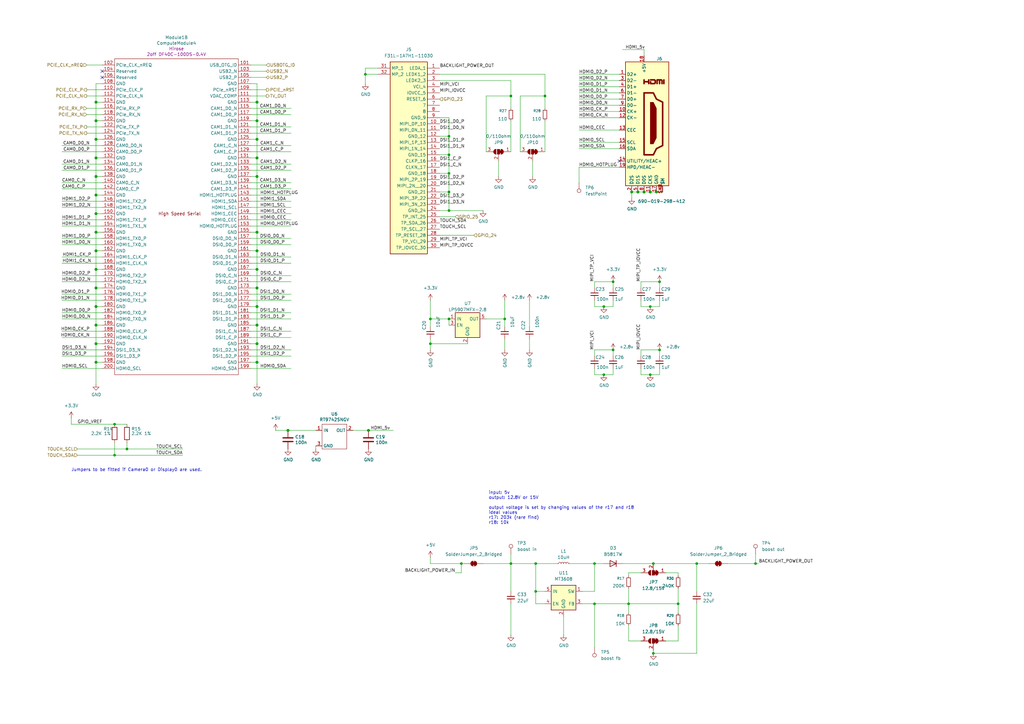
<source format=kicad_sch>
(kicad_sch (version 20250114) (generator "eeschema") (generator_version "9.0")
  (paper "A3")
  (title_block (title "Wall panel") (date "2026-01-09") (rev "1") (company "Grigorii Merkushev (aka brushknight)") (comment 1 "brushknight.com"))
  (text "For second connector we need manually add \nBOM\nMODULE2,Raspberry-Pi-4-Compute-Module,1,ComputeModule4,C424649\n\nPositions\nMODULE1,74.9455,-86.125,90.0,top\nMODULE2,108.8455,-86.125,90.0,top\n\n+33.9\n\n" (at 11.938 -24.638 0) (effects (font (size 1.27 1.27)) (justify left top)))
  (text "input: 5v\noutput: 12.8V or 15V\n\noutput voltage is set by changing values of the r17 and r18\nideal values\nr17: 203k (rare find)\nr18: 10k" (at 200.406 201.422 0) (effects (font (size 1.27 1.27)) (justify left top)))
  (text "Jumpers to be fitted if Camera0 or Display0 are used.\n" (at 82.804 193.548 0) (effects (font (size 1.27 1.27)) (justify right bottom)))
  (junction (at 149.86 30.48))
  (junction (at 209.55 39.37))
  (junction (at 105.41 110.49) (diameter 1.016))
  (junction (at 219.71 242.57))
  (junction (at 247.65 125.73))
  (junction (at 105.41 49.53) (diameter 1.016))
  (junction (at 251.46 115.57))
  (junction (at 39.37 72.39) (diameter 1.016))
  (junction (at 105.41 140.97) (diameter 1.016))
  (junction (at 39.37 57.15) (diameter 1.016))
  (junction (at 270.51 143.51))
  (junction (at 39.37 110.49) (diameter 1.016))
  (junction (at 105.41 41.91) (diameter 1.016))
  (junction (at 39.37 49.53) (diameter 1.016))
  (junction (at 184.15 86.36))
  (junction (at 105.41 57.15) (diameter 1.016))
  (junction (at 269.24 78.74) (diameter 1.016))
  (junction (at 259.08 78.74) (diameter 1.016))
  (junction (at 105.41 133.35) (diameter 1.016))
  (junction (at 184.15 71.12))
  (junction (at 39.37 140.97) (diameter 1.016))
  (junction (at 105.41 64.77) (diameter 1.016))
  (junction (at 39.37 87.63) (diameter 1.016))
  (junction (at 46.99 173.99))
  (junction (at 264.16 78.74) (diameter 1.016))
  (junction (at 266.7 125.73))
  (junction (at 105.41 148.59) (diameter 1.016))
  (junction (at 176.53 130.81))
  (junction (at 176.53 140.97))
  (junction (at 219.71 231.14))
  (junction (at 189.23 231.14))
  (junction (at 207.01 130.81))
  (junction (at 243.84 231.14))
  (junction (at 39.37 118.11) (diameter 1.016))
  (junction (at 267.97 231.14))
  (junction (at 270.51 115.57))
  (junction (at 184.15 130.81))
  (junction (at 251.46 143.51))
  (junction (at 105.41 102.87) (diameter 1.016))
  (junction (at 278.13 247.65))
  (junction (at 247.65 153.67))
  (junction (at 39.37 148.59) (diameter 1.016))
  (junction (at 184.15 78.74))
  (junction (at 105.41 118.11) (diameter 1.016))
  (junction (at 118.11 176.53) (diameter 1.016))
  (junction (at 39.37 64.77) (diameter 1.016))
  (junction (at 257.81 247.65))
  (junction (at 267.97 267.97))
  (junction (at 209.55 231.14))
  (junction (at 39.37 125.73) (diameter 1.016))
  (junction (at 46.99 186.69))
  (junction (at 39.37 133.35) (diameter 1.016))
  (junction (at 105.41 95.25) (diameter 1.016))
  (junction (at 309.88 231.14))
  (junction (at 243.84 247.65))
  (junction (at 52.07 184.15))
  (junction (at 39.37 41.91) (diameter 1.016))
  (junction (at 105.41 72.39) (diameter 1.016))
  (junction (at 39.37 80.01) (diameter 1.016))
  (junction (at 266.7 78.74) (diameter 1.016))
  (junction (at 184.15 63.5))
  (junction (at 285.75 231.14))
  (junction (at 39.37 102.87) (diameter 1.016))
  (junction (at 39.37 95.25) (diameter 1.016))
  (junction (at 105.41 125.73) (diameter 1.016))
  (junction (at 266.7 153.67))
  (junction (at 261.62 78.74) (diameter 1.016))
  (junction (at 223.52 39.37))
  (junction (at 151.13 176.53) (diameter 1.016))
  (junction (at 184.15 55.88))
  (no_connect (at 254 66.04))
  (no_connect (at 41.91 31.75))
  (no_connect (at 41.91 29.21))
  (wire (pts (xy 102.87 41.91) (xy 105.41 41.91)))
  (wire (pts (xy 184.15 86.36) (xy 198.12 86.36)))
  (wire (pts (xy 39.37 80.01) (xy 39.37 87.63)))
  (wire (pts (xy 267.97 266.7) (xy 267.97 267.97)))
  (wire (pts (xy 41.91 62.23) (xy 25.4 62.23)))
  (wire (pts (xy 273.05 234.95) (xy 278.13 234.95)))
  (wire (pts (xy 39.37 41.91) (xy 41.91 41.91)))
  (wire (pts (xy 184.15 71.12) (xy 180.34 71.12)))
  (wire (pts (xy 105.41 41.91) (xy 105.41 34.29)))
  (wire (pts (xy 309.88 231.14) (xy 311.15 231.14)))
  (wire (pts (xy 237.49 38.1) (xy 254 38.1)))
  (wire (pts (xy 102.87 29.21) (xy 109.22 29.21)))
  (wire (pts (xy 298.45 231.14) (xy 309.88 231.14)))
  (wire (pts (xy 25.4 82.55) (xy 41.91 82.55)))
  (wire (pts (xy 209.55 247.65) (xy 209.55 260.35)))
  (wire (pts (xy 251.46 143.51) (xy 251.46 146.05)))
  (wire (pts (xy 102.87 59.69) (xy 119.38 59.69)))
  (wire (pts (xy 278.13 256.54) (xy 278.13 262.89)))
  (wire (pts (xy 41.91 44.45) (xy 35.56 44.45)))
  (wire (pts (xy 199.39 39.37) (xy 209.55 39.37)))
  (wire (pts (xy 199.39 130.81) (xy 207.01 130.81)))
  (wire (pts (xy 251.46 153.67) (xy 251.46 151.13)))
  (wire (pts (xy 176.53 140.97) (xy 176.53 143.51)))
  (wire (pts (xy 102.87 113.03) (xy 119.38 113.03)))
  (wire (pts (xy 119.38 130.81) (xy 102.87 130.81)))
  (wire (pts (xy 238.76 247.65) (xy 243.84 247.65)))
  (wire (pts (xy 102.87 148.59) (xy 105.41 148.59)))
  (wire (pts (xy 184.15 78.74) (xy 180.34 78.74)))
  (wire (pts (xy 237.49 40.64) (xy 254 40.64)))
  (wire (pts (xy 233.68 231.14) (xy 243.84 231.14)))
  (wire (pts (xy 243.84 146.05) (xy 243.84 143.51)))
  (wire (pts (xy 105.41 64.77) (xy 105.41 57.15)))
  (wire (pts (xy 180.34 30.48) (xy 223.52 30.48)))
  (wire (pts (xy 46.99 173.99) (xy 52.07 173.99)))
  (wire (pts (xy 223.52 30.48) (xy 223.52 39.37)))
  (wire (pts (xy 285.75 231.14) (xy 290.83 231.14)))
  (wire (pts (xy 151.13 176.53) (xy 161.29 176.53)))
  (wire (pts (xy 129.54 182.88) (xy 129.54 184.15)))
  (wire (pts (xy 102.87 107.95) (xy 119.38 107.95)))
  (wire (pts (xy 102.87 67.31) (xy 119.38 67.31)))
  (wire (pts (xy 207.01 130.81) (xy 207.01 133.985)))
  (wire (pts (xy 257.81 256.54) (xy 257.81 262.89)))
  (wire (pts (xy 39.37 140.97) (xy 39.37 148.59)))
  (wire (pts (xy 39.37 125.73) (xy 39.37 133.35)))
  (wire (pts (xy 39.37 102.87) (xy 41.91 102.87)))
  (wire (pts (xy 46.99 181.61) (xy 46.99 186.69)))
  (wire (pts (xy 176.53 139.065) (xy 176.53 140.97)))
  (wire (pts (xy 184.15 63.5) (xy 184.15 71.12)))
  (wire (pts (xy 119.38 120.65) (xy 102.87 120.65)))
  (wire (pts (xy 243.84 247.65) (xy 257.81 247.65)))
  (wire (pts (xy 119.38 52.07) (xy 102.87 52.07)))
  (wire (pts (xy 102.87 90.17) (xy 119.38 90.17)))
  (wire (pts (xy 237.49 68.58) (xy 254 68.58)))
  (wire (pts (xy 223.52 39.37) (xy 213.36 39.37)))
  (wire (pts (xy 35.56 54.61) (xy 41.91 54.61)))
  (wire (pts (xy 189.23 234.95) (xy 189.23 231.14)))
  (wire (pts (xy 176.53 123.19) (xy 176.53 130.81)))
  (wire (pts (xy 105.41 72.39) (xy 105.41 95.25)))
  (wire (pts (xy 285.75 247.65) (xy 285.75 267.97)))
  (wire (pts (xy 262.89 151.13) (xy 262.89 153.67)))
  (wire (pts (xy 176.53 228.6) (xy 176.53 231.14)))
  (wire (pts (xy 39.37 148.59) (xy 39.37 157.48)))
  (wire (pts (xy 119.38 54.61) (xy 102.87 54.61)))
  (wire (pts (xy 237.49 43.18) (xy 254 43.18)))
  (wire (pts (xy 39.37 110.49) (xy 41.91 110.49)))
  (wire (pts (xy 25.4 74.93) (xy 41.91 74.93)))
  (wire (pts (xy 39.37 57.15) (xy 41.91 57.15)))
  (wire (pts (xy 39.37 87.63) (xy 41.91 87.63)))
  (wire (pts (xy 29.21 173.99) (xy 46.99 173.99)))
  (wire (pts (xy 243.84 153.67) (xy 247.65 153.67)))
  (wire (pts (xy 39.37 110.49) (xy 39.37 118.11)))
  (wire (pts (xy 41.91 148.59) (xy 39.37 148.59)))
  (wire (pts (xy 102.87 102.87) (xy 105.41 102.87)))
  (wire (pts (xy 41.91 138.43) (xy 25.4 138.43)))
  (wire (pts (xy 35.56 52.07) (xy 41.91 52.07)))
  (wire (pts (xy 262.89 153.67) (xy 266.7 153.67)))
  (wire (pts (xy 237.49 58.42) (xy 254 58.42)))
  (wire (pts (xy 105.41 110.49) (xy 105.41 118.11)))
  (wire (pts (xy 223.52 247.65) (xy 219.71 247.65)))
  (wire (pts (xy 105.41 57.15) (xy 105.41 49.53)))
  (wire (pts (xy 237.49 45.72) (xy 254 45.72)))
  (wire (pts (xy 25.4 130.81) (xy 41.91 130.81)))
  (wire (pts (xy 237.49 60.96) (xy 254 60.96)))
  (wire (pts (xy 41.91 120.65) (xy 25.4 120.65)))
  (wire (pts (xy 259.08 78.74) (xy 261.62 78.74)))
  (wire (pts (xy 243.84 231.14) (xy 247.65 231.14)))
  (wire (pts (xy 278.13 241.3) (xy 278.13 247.65)))
  (wire (pts (xy 189.23 231.14) (xy 190.5 231.14)))
  (wire (pts (xy 39.37 133.35) (xy 39.37 140.97)))
  (wire (pts (xy 270.51 125.73) (xy 270.51 123.19)))
  (wire (pts (xy 105.41 49.53) (xy 105.41 41.91)))
  (wire (pts (xy 149.86 30.48) (xy 149.86 34.29)))
  (wire (pts (xy 180.34 48.26) (xy 184.15 48.26)))
  (wire (pts (xy 209.55 33.02) (xy 209.55 39.37)))
  (wire (pts (xy 184.15 130.81) (xy 176.53 130.81)))
  (wire (pts (xy 257.81 234.95) (xy 257.81 236.22)))
  (wire (pts (xy 213.36 39.37) (xy 213.36 62.23)))
  (wire (pts (xy 237.49 30.48) (xy 254 30.48)))
  (wire (pts (xy 278.13 247.65) (xy 278.13 251.46)))
  (wire (pts (xy 199.39 62.23) (xy 199.39 39.37)))
  (wire (pts (xy 41.91 135.89) (xy 25.4 135.89)))
  (wire (pts (xy 41.91 123.19) (xy 25.4 123.19)))
  (wire (pts (xy 309.88 227.33) (xy 309.88 231.14)))
  (wire (pts (xy 41.91 69.85) (xy 25.4 69.85)))
  (wire (pts (xy 39.37 95.25) (xy 39.37 102.87)))
  (wire (pts (xy 102.87 143.51) (xy 119.38 143.51)))
  (wire (pts (xy 223.52 49.53) (xy 223.52 62.23)))
  (wire (pts (xy 266.7 153.67) (xy 270.51 153.67)))
  (wire (pts (xy 29.21 171.45) (xy 29.21 173.99)))
  (wire (pts (xy 102.87 133.35) (xy 105.41 133.35)))
  (wire (pts (xy 209.55 39.37) (xy 209.55 44.45)))
  (wire (pts (xy 25.4 92.71) (xy 41.91 92.71)))
  (wire (pts (xy 180.34 96.52) (xy 194.31 96.52)))
  (wire (pts (xy 154.94 30.48) (xy 149.86 30.48)))
  (wire (pts (xy 35.56 36.83) (xy 41.91 36.83)))
  (wire (pts (xy 237.49 48.26) (xy 254 48.26)))
  (wire (pts (xy 176.53 140.97) (xy 191.77 140.97)))
  (wire (pts (xy 266.7 78.74) (xy 269.24 78.74)))
  (wire (pts (xy 255.27 231.14) (xy 267.97 231.14)))
  (wire (pts (xy 243.84 143.51) (xy 251.46 143.51)))
  (wire (pts (xy 204.47 66.04) (xy 204.47 72.39)))
  (wire (pts (xy 259.08 78.74) (xy 259.08 81.28)))
  (wire (pts (xy 39.37 49.53) (xy 39.37 57.15)))
  (wire (pts (xy 102.87 118.11) (xy 105.41 118.11)))
  (wire (pts (xy 231.14 252.73) (xy 231.14 260.35)))
  (wire (pts (xy 266.7 125.73) (xy 270.51 125.73)))
  (wire (pts (xy 285.75 267.97) (xy 267.97 267.97)))
  (wire (pts (xy 102.87 80.01) (xy 119.38 80.01)))
  (wire (pts (xy 184.15 48.26) (xy 184.15 55.88)))
  (wire (pts (xy 102.87 85.09) (xy 119.38 85.09)))
  (wire (pts (xy 39.37 125.73) (xy 41.91 125.73)))
  (wire (pts (xy 255.27 20.32) (xy 264.16 20.32)))
  (wire (pts (xy 184.15 130.81) (xy 184.15 133.35)))
  (wire (pts (xy 270.51 143.51) (xy 270.51 146.05)))
  (wire (pts (xy 119.38 44.45) (xy 102.87 44.45)))
  (wire (pts (xy 176.53 130.81) (xy 176.53 133.985)))
  (wire (pts (xy 144.78 176.53) (xy 151.13 176.53)))
  (wire (pts (xy 243.84 242.57) (xy 243.84 231.14)))
  (wire (pts (xy 39.37 118.11) (xy 41.91 118.11)))
  (wire (pts (xy 102.87 57.15) (xy 105.41 57.15)))
  (wire (pts (xy 41.91 67.31) (xy 25.4 67.31)))
  (wire (pts (xy 119.38 100.33) (xy 102.87 100.33)))
  (wire (pts (xy 102.87 95.25) (xy 105.41 95.25)))
  (wire (pts (xy 270.51 115.57) (xy 270.51 118.11)))
  (wire (pts (xy 237.49 33.02) (xy 254 33.02)))
  (wire (pts (xy 102.87 62.23) (xy 119.38 62.23)))
  (wire (pts (xy 184.15 78.74) (xy 184.15 86.36)))
  (wire (pts (xy 39.37 95.25) (xy 41.91 95.25)))
  (wire (pts (xy 25.4 97.79) (xy 41.91 97.79)))
  (wire (pts (xy 267.97 231.14) (xy 285.75 231.14)))
  (wire (pts (xy 39.37 64.77) (xy 39.37 72.39)))
  (wire (pts (xy 102.87 110.49) (xy 105.41 110.49)))
  (wire (pts (xy 209.55 231.14) (xy 219.71 231.14)))
  (wire (pts (xy 118.11 176.53) (xy 129.54 176.53)))
  (wire (pts (xy 105.41 34.29) (xy 102.87 34.29)))
  (wire (pts (xy 25.4 100.33) (xy 41.91 100.33)))
  (wire (pts (xy 184.15 71.12) (xy 184.15 78.74)))
  (wire (pts (xy 105.41 148.59) (xy 105.41 157.48)))
  (wire (pts (xy 262.89 123.19) (xy 262.89 125.73)))
  (wire (pts (xy 105.41 102.87) (xy 105.41 110.49)))
  (wire (pts (xy 223.52 39.37) (xy 223.52 44.45)))
  (wire (pts (xy 262.89 118.11) (xy 262.89 115.57)))
  (wire (pts (xy 25.4 128.27) (xy 41.91 128.27)))
  (wire (pts (xy 218.44 66.04) (xy 218.44 72.39)))
  (wire (pts (xy 39.37 118.11) (xy 39.37 125.73)))
  (wire (pts (xy 41.91 59.69) (xy 25.4 59.69)))
  (wire (pts (xy 184.15 55.88) (xy 184.15 63.5)))
  (wire (pts (xy 247.65 125.73) (xy 251.46 125.73)))
  (wire (pts (xy 25.4 113.03) (xy 41.91 113.03)))
  (wire (pts (xy 35.56 26.67) (xy 41.91 26.67)))
  (wire (pts (xy 102.87 138.43) (xy 119.38 138.43)))
  (wire (pts (xy 25.4 151.13) (xy 41.91 151.13)))
  (wire (pts (xy 102.87 69.85) (xy 119.38 69.85)))
  (wire (pts (xy 184.15 86.36) (xy 180.34 86.36)))
  (wire (pts (xy 176.53 231.14) (xy 189.23 231.14)))
  (wire (pts (xy 39.37 57.15) (xy 39.37 64.77)))
  (wire (pts (xy 243.84 123.19) (xy 243.84 125.73)))
  (wire (pts (xy 105.41 133.35) (xy 105.41 140.97)))
  (wire (pts (xy 243.84 115.57) (xy 251.46 115.57)))
  (wire (pts (xy 39.37 41.91) (xy 39.37 49.53)))
  (wire (pts (xy 105.41 125.73) (xy 105.41 133.35)))
  (wire (pts (xy 102.87 125.73) (xy 105.41 125.73)))
  (wire (pts (xy 119.38 77.47) (xy 102.87 77.47)))
  (wire (pts (xy 198.12 231.14) (xy 209.55 231.14)))
  (wire (pts (xy 251.46 115.57) (xy 251.46 118.11)))
  (wire (pts (xy 180.34 88.9) (xy 186.69 88.9)))
  (wire (pts (xy 41.91 34.29) (xy 39.37 34.29)))
  (wire (pts (xy 264.16 20.32) (xy 264.16 22.86)))
  (wire (pts (xy 262.89 115.57) (xy 270.51 115.57)))
  (wire (pts (xy 102.87 87.63) (xy 119.38 87.63)))
  (wire (pts (xy 262.89 262.89) (xy 257.81 262.89)))
  (wire (pts (xy 39.37 87.63) (xy 39.37 95.25)))
  (wire (pts (xy 102.87 64.77) (xy 105.41 64.77)))
  (wire (pts (xy 39.37 72.39) (xy 39.37 80.01)))
  (wire (pts (xy 119.38 74.93) (xy 102.87 74.93)))
  (wire (pts (xy 102.87 140.97) (xy 105.41 140.97)))
  (wire (pts (xy 46.99 186.69) (xy 74.93 186.69)))
  (wire (pts (xy 102.87 31.75) (xy 109.22 31.75)))
  (wire (pts (xy 102.87 105.41) (xy 119.38 105.41)))
  (wire (pts (xy 102.87 146.05) (xy 119.38 146.05)))
  (wire (pts (xy 52.07 181.61) (xy 52.07 184.15)))
  (wire (pts (xy 41.91 107.95) (xy 25.4 107.95)))
  (wire (pts (xy 217.17 139.065) (xy 217.17 143.51)))
  (wire (pts (xy 237.49 53.34) (xy 254 53.34)))
  (wire (pts (xy 39.37 102.87) (xy 39.37 110.49)))
  (wire (pts (xy 52.07 184.15) (xy 31.75 184.15)))
  (wire (pts (xy 41.91 140.97) (xy 39.37 140.97)))
  (wire (pts (xy 209.55 227.33) (xy 209.55 231.14)))
  (wire (pts (xy 273.05 262.89) (xy 278.13 262.89)))
  (wire (pts (xy 102.87 135.89) (xy 119.38 135.89)))
  (wire (pts (xy 243.84 247.65) (xy 243.84 265.43)))
  (wire (pts (xy 102.87 92.71) (xy 119.38 92.71)))
  (wire (pts (xy 278.13 234.95) (xy 278.13 236.22)))
  (wire (pts (xy 41.91 46.99) (xy 35.56 46.99)))
  (wire (pts (xy 154.94 27.94) (xy 149.86 27.94)))
  (wire (pts (xy 39.37 72.39) (xy 41.91 72.39)))
  (wire (pts (xy 219.71 242.57) (xy 219.71 247.65)))
  (wire (pts (xy 243.84 118.11) (xy 243.84 115.57)))
  (wire (pts (xy 149.86 27.94) (xy 149.86 30.48)))
  (wire (pts (xy 25.4 115.57) (xy 41.91 115.57)))
  (wire (pts (xy 25.4 77.47) (xy 41.91 77.47)))
  (wire (pts (xy 102.87 72.39) (xy 105.41 72.39)))
  (wire (pts (xy 113.03 176.53) (xy 118.11 176.53)))
  (wire (pts (xy 119.38 123.19) (xy 102.87 123.19)))
  (wire (pts (xy 119.38 46.99) (xy 102.87 46.99)))
  (wire (pts (xy 237.49 35.56) (xy 254 35.56)))
  (wire (pts (xy 105.41 118.11) (xy 105.41 125.73)))
  (wire (pts (xy 119.38 97.79) (xy 102.87 97.79)))
  (wire (pts (xy 119.38 128.27) (xy 102.87 128.27)))
  (wire (pts (xy 186.69 234.95) (xy 189.23 234.95)))
  (wire (pts (xy 262.89 146.05) (xy 262.89 143.51)))
  (wire (pts (xy 102.87 36.83) (xy 109.22 36.83)))
  (wire (pts (xy 219.71 242.57) (xy 219.71 231.14)))
  (wire (pts (xy 25.4 146.05) (xy 41.91 146.05)))
  (wire (pts (xy 262.89 125.73) (xy 266.7 125.73)))
  (wire (pts (xy 105.41 140.97) (xy 105.41 148.59)))
  (wire (pts (xy 257.81 247.65) (xy 278.13 247.65)))
  (wire (pts (xy 257.81 247.65) (xy 257.81 251.46)))
  (wire (pts (xy 209.55 49.53) (xy 209.55 62.23)))
  (wire (pts (xy 105.41 95.25) (xy 105.41 102.87)))
  (wire (pts (xy 257.81 241.3) (xy 257.81 247.65)))
  (wire (pts (xy 184.15 55.88) (xy 180.34 55.88)))
  (wire (pts (xy 269.24 78.74) (xy 271.78 78.74)))
  (wire (pts (xy 25.4 90.17) (xy 41.91 90.17)))
  (wire (pts (xy 39.37 64.77) (xy 41.91 64.77)))
  (wire (pts (xy 25.4 85.09) (xy 41.91 85.09)))
  (wire (pts (xy 238.76 242.57) (xy 243.84 242.57)))
  (wire (pts (xy 39.37 133.35) (xy 41.91 133.35)))
  (wire (pts (xy 217.17 123.19) (xy 217.17 133.985)))
  (wire (pts (xy 105.41 72.39) (xy 105.41 64.77)))
  (wire (pts (xy 46.99 186.69) (xy 31.75 186.69)))
  (wire (pts (xy 180.34 33.02) (xy 209.55 33.02)))
  (wire (pts (xy 243.84 125.73) (xy 247.65 125.73)))
  (wire (pts (xy 52.07 184.15) (xy 74.93 184.15)))
  (wire (pts (xy 184.15 63.5) (xy 180.34 63.5)))
  (wire (pts (xy 102.87 115.57) (xy 119.38 115.57)))
  (wire (pts (xy 39.37 34.29) (xy 39.37 41.91)))
  (wire (pts (xy 35.56 39.37) (xy 41.91 39.37)))
  (wire (pts (xy 219.71 231.14) (xy 228.6 231.14)))
  (wire (pts (xy 41.91 105.41) (xy 25.4 105.41)))
  (wire (pts (xy 243.84 151.13) (xy 243.84 153.67)))
  (wire (pts (xy 39.37 80.01) (xy 41.91 80.01)))
  (wire (pts (xy 39.37 49.53) (xy 41.91 49.53)))
  (wire (pts (xy 261.62 78.74) (xy 264.16 78.74)))
  (wire (pts (xy 262.89 143.51) (xy 270.51 143.51)))
  (wire (pts (xy 102.87 151.13) (xy 119.38 151.13)))
  (wire (pts (xy 247.65 153.67) (xy 251.46 153.67)))
  (wire (pts (xy 109.22 26.67) (xy 102.87 26.67)))
  (wire (pts (xy 25.4 143.51) (xy 41.91 143.51)))
  (wire (pts (xy 102.87 49.53) (xy 105.41 49.53)))
  (wire (pts (xy 209.55 231.14) (xy 209.55 242.57)))
  (wire (pts (xy 223.52 242.57) (xy 219.71 242.57)))
  (wire (pts (xy 251.46 125.73) (xy 251.46 123.19)))
  (wire (pts (xy 262.89 234.95) (xy 257.81 234.95)))
  (wire (pts (xy 207.01 130.81) (xy 207.01 123.19)))
  (wire (pts (xy 237.49 68.58) (xy 237.49 74.93)))
  (wire (pts (xy 102.87 39.37) (xy 109.22 39.37)))
  (wire (pts (xy 264.16 78.74) (xy 266.7 78.74)))
  (wire (pts (xy 285.75 231.14) (xy 285.75 242.57)))
  (wire (pts (xy 270.51 153.67) (xy 270.51 151.13)))
  (wire (pts (xy 207.01 139.065) (xy 207.01 143.51)))
  (wire (pts (xy 102.87 82.55) (xy 119.38 82.55)))
  (label "DSI1_D2_N" (at 180.34 76.2 0))
  (label "DSI1_D2_P" (at 180.34 73.66 0))
  (label "HDMI0_CK_P" (at 36.83 135.89 180))
  (label "HDMI1_HOTPLUG" (at 106.68 80.01 0))
  (label "HDMI0_D2_N" (at 237.49 33.02 0))
  (label "DSI0_C_P" (at 106.68 115.57 0))
  (label "TOUCH_SCL" (at 74.93 184.15 180))
  (label "HDMI0_D2_N" (at 25.4 115.57 0))
  (label "HDMI0_D0_P" (at 237.49 40.64 0))
  (label "DSI1_D0_N" (at 116.84 120.65 180))
  (label "HDMI0_SDA" (at 106.68 151.13 0))
  (label "DSI1_D1_N" (at 180.34 60.96 0))
  (label "CAM0_D0_P" (at 36.83 62.23 180))
  (label "HDMI0_D0_N" (at 237.49 43.18 0))
  (label "TOUCH_SCL" (at 180.34 93.98 0))
  (label "HDMI0_SCL" (at 237.49 58.42 0))
  (label "GPIO_VREF" (at 31.75 173.99 0))
  (label "HDMI0_HOTPLUG" (at 106.68 92.71 0))
  (label "DSI1_D1_N" (at 116.84 128.27 180))
  (label "MIPI_TP_IOVCC" (at 262.89 115.57 90))
  (label "CAM0_C_P" (at 25.4 77.47 0))
  (label "CAM0_D1_P" (at 36.83 69.85 180))
  (label "DSI1_D3_P" (at 180.34 81.28 0))
  (label "HDMI0_CK_N" (at 36.83 138.43 180))
  (label "CAM1_D3_N" (at 117.475 74.93 180))
  (label "CAM0_D0_N" (at 36.83 59.69 180))
  (label "DSI1_D0_P" (at 116.84 123.19 180))
  (label "HDMI_5v" (at 256.54 20.32 0))
  (label "MIPI_VCI" (at 243.84 143.51 90))
  (label "HDMI0_CK_N" (at 237.49 48.26 0))
  (label "HDMI0_SCL" (at 25.4 151.13 0))
  (label "CAM1_D0_N" (at 117.475 44.45 180))
  (label "HDMI1_D0_N" (at 25.4 100.33 0))
  (label "CAM1_D2_P" (at 106.68 69.85 0))
  (label "DSI1_C_P" (at 106.68 138.43 0))
  (label "HDMI0_HOTPLUG" (at 237.49 68.58 0))
  (label "BACKLIGHT_POWER_IN" (at 186.69 234.95 180))
  (label "HDMI0_D1_P" (at 36.83 120.65 180))
  (label "CAM1_C_P" (at 106.68 62.23 0))
  (label "MIPI_TP_VCI" (at 243.84 115.57 90))
  (label "DSI0_C_N" (at 106.68 113.03 0))
  (label "DSI1_D1_P" (at 116.84 130.81 180))
  (label "CAM1_D0_P" (at 117.475 46.99 180))
  (label "MIPI_VCI" (at 180.34 35.56 0))
  (label "HDMI0_D0_N" (at 25.4 130.81 0))
  (label "HDMI0_D0_P" (at 25.4 128.27 0))
  (label "CAM1_D3_P" (at 117.475 77.47 180))
  (label "HDMI0_D1_N" (at 36.83 123.19 180))
  (label "CAM1_D1_N" (at 117.475 52.07 180))
  (label "DSI0_D0_N" (at 116.84 97.79 180))
  (label "DSI1_D3_P" (at 25.4 146.05 0))
  (label "DSI1_D1_P" (at 180.34 58.42 0))
  (label "HDMI1_D0_P" (at 25.4 97.79 0))
  (label "HDMI0_CK_P" (at 237.49 45.72 0))
  (label "DSI0_D1_N" (at 106.68 105.41 0))
  (label "BACKLIGHT_POWER_OUT" (at 311.15 231.14 0))
  (label "DSI1_D0_N" (at 180.34 53.34 0))
  (label "TOUCH_SDA" (at 180.34 91.44 0))
  (label "MIPI_IOVCC" (at 180.34 38.1 0))
  (label "TOUCH_SDA" (at 74.93 186.69 180))
  (label "DSI1_D0_P" (at 180.34 50.8 0))
  (label "MIPI_TP_IOVCC" (at 180.34 101.6 0))
  (label "HDMI1_D1_N" (at 25.4 92.71 0))
  (label "HDMI_5v" (at 160.02 176.53 180))
  (label "DSI1_D3_N" (at 180.34 83.82 0))
  (label "HDMI1_CK_P" (at 37.465 105.41 180))
  (label "CAM1_D1_P" (at 117.475 54.61 180))
  (label "HDMI1_SDA" (at 106.68 82.55 0))
  (label "DSI0_D1_P" (at 106.68 107.95 0))
  (label "DSI1_C_N" (at 180.34 68.58 0))
  (label "BACKLIGHT_POWER_OUT" (at 180.34 27.94 0))
  (label "HDMI1_D2_N" (at 25.4 85.09 0))
  (label "HDMI0_CEC" (at 106.68 90.17 0))
  (label "HDMI0_D2_P" (at 25.4 113.03 0))
  (label "HDMI0_SDA" (at 237.49 60.96 0))
  (label "DSI1_D3_N" (at 25.4 143.51 0))
  (label "CAM1_C_N" (at 106.68 59.69 0))
  (label "CAM0_C_N" (at 25.4 74.93 0))
  (label "MIPI_IOVCC" (at 262.89 143.51 90))
  (label "HDMI1_SCL" (at 106.68 85.09 0))
  (label "HDMI0_D2_P" (at 237.49 30.48 0))
  (label "MIPI_TP_VCI" (at 180.34 99.06 0))
  (label "HDMI1_D2_P" (at 25.4 82.55 0))
  (label "DSI1_D2_P" (at 106.68 146.05 0))
  (label "HDMI0_D1_P" (at 237.49 35.56 0))
  (label "HDMI0_CEC" (at 237.49 53.34 0))
  (label "HDMI1_D1_P" (at 25.4 90.17 0))
  (label "DSI0_D0_P" (at 116.84 100.33 180))
  (label "HDMI0_D1_N" (at 237.49 38.1 0))
  (label "DSI1_C_P" (at 180.34 66.04 0))
  (label "DSI1_D2_N" (at 106.68 143.51 0))
  (label "HDMI1_CK_N" (at 37.465 107.95 180))
  (label "CAM1_D2_N" (at 106.68 67.31 0))
  (label "HDMI1_CEC" (at 106.68 87.63 0))
  (label "DSI1_C_N" (at 106.68 135.89 0))
  (label "CAM0_D1_N" (at 36.83 67.31 180))
  (hierarchical_label "PCIE_RX_P" (shape input) (at 35.56 44.45 180))
  (hierarchical_label "TV_OUT" (shape output) (at 109.22 39.37 0))
  (hierarchical_label "PCIE_CLK_N" (shape output) (at 35.56 39.37 180))
  (hierarchical_label "PCIE_nRST" (shape output) (at 109.22 36.83 0))
  (hierarchical_label "TOUCH_SCL" (shape input) (at 31.75 184.15 180))
  (hierarchical_label "PCIE_RX_N" (shape input) (at 35.56 46.99 180))
  (hierarchical_label "GPIO_25" (shape input) (at 186.69 88.9 0))
  (hierarchical_label "GPIO_23" (shape input) (at 180.34 40.64 0))
  (hierarchical_label "TOUCH_SDA" (shape input) (at 31.75 186.69 180))
  (hierarchical_label "PCIE_CLK_nREQ" (shape input) (at 35.56 26.67 180))
  (hierarchical_label "GPIO_24" (shape input) (at 194.31 96.52 0))
  (hierarchical_label "USBOTG_ID" (shape input) (at 109.22 26.67 0))
  (hierarchical_label "USB2_P" (shape bidirectional) (at 109.22 31.75 0))
  (hierarchical_label "PCIE_TX_N" (shape output) (at 35.56 54.61 180))
  (hierarchical_label "PCIE_TX_P" (shape output) (at 35.56 52.07 180))
  (hierarchical_label "USB2_N" (shape bidirectional) (at 109.22 29.21 0))
  (hierarchical_label "PCIE_CLK_P" (shape output) (at 35.56 36.83 180))
  (symbol (lib_id "power:GND") (at 259.08 81.28 0) (unit 1)
    (property "Reference" "#PWR042" (effects (hide yes)))
    (property "Value" "GND" (at 259.207 85.6742 0))
  )
  (symbol (lib_id "power:GND") (at 105.41 157.48 0) (unit 1)
    (property "Reference" "#PWR027" (effects (hide yes)))
    (property "Value" "GND" (at 105.537 161.8742 0))
  )
  (symbol (lib_id "power:GND") (at 39.37 157.48 0) (unit 1)
    (property "Reference" "#PWR026" (effects (hide yes)))
    (property "Value" "GND" (at 39.497 161.8742 0))
  )
  (symbol (lib_id "Device:R") (at 46.99 177.8 0) (unit 1)
    (property "Reference" "R14" (at 42.418 175.895 0) (effects (justify left)))
    (property "Value" "2.2K 1%" (at 37.338 177.8 0) (effects (justify left)))
    (property "Footprint" "Resistor_SMD:R_0402_1005Metric" (effects (hide yes)))
    (property "Datasheet" "https://fscdn.rohm.com/en/products/databook/datasheet/passive/resistor/chip_resistor/mcr-e.pdf" (effects (hide yes)))
    (property "Field4" "Farnell" (effects (hide yes)))
    (property "Field5" "9239278" (effects (hide yes)))
    (property "Field7" "KOA EUROPE GMBH" (effects (hide yes)))
    (property "Field6" "RK73G1ETQTP2201D         " (effects (hide yes)))
    (property "Part Description" "Resistor 2.2K M1005 1% 63mW" (effects (hide yes)))
    (property "Field8" "120889581" (effects (hide yes)))
    (property "LCSC" "C114762" (effects (hide yes)))
  )
  (symbol (lib_id "Device:R") (at 52.07 177.8 0) (unit 1)
    (property "Reference" "R15" (at 53.848 175.895 0) (effects (justify left)))
    (property "Value" "2.2K 1%" (at 53.848 177.8 0) (effects (justify left)))
    (property "Footprint" "Resistor_SMD:R_0402_1005Metric" (effects (hide yes)))
    (property "Datasheet" "https://fscdn.rohm.com/en/products/databook/datasheet/passive/resistor/chip_resistor/mcr-e.pdf" (effects (hide yes)))
    (property "Field4" "Farnell" (effects (hide yes)))
    (property "Field5" "9239278" (effects (hide yes)))
    (property "Field7" "KOA EUROPE GMBH" (effects (hide yes)))
    (property "Field6" "RK73G1ETQTP2201D         " (effects (hide yes)))
    (property "Part Description" "Resistor 2.2K M1005 1% 63mW" (effects (hide yes)))
    (property "Field8" "120889581" (effects (hide yes)))
    (property "LCSC" "C114762" (effects (hide yes)))
  )
  (symbol (lib_id "CM4IO:HDMI_A_1.4") (at 264.16 50.8 0) (unit 1)
    (property "Reference" "J6" (at 269.24 24.13 0) (effects (justify left)))
    (property "Value" "690-019-298-412" (at 261.62 82.55 0) (effects (justify left)))
    (property "Footprint" "Connector_Video:HDMI_Micro-D_Molex_46765-1x01" (effects (hide yes)))
    (property "Datasheet" "https://www.tme.eu/Document/f15dffbcfad8545e17826f72d36911c8/206A-SEAN-R03.pdf" (effects (hide yes)))
    (property "Field4" "Farnell" (effects (hide yes)))
    (property "Field5" "2614936" (effects (hide yes)))
    (property "Field6" "690-019-298-412" (effects (hide yes)))
    (property "Field7" "EDAC" (effects (hide yes)))
    (property "Part Description" "HDMI Connector, Right Angle, 19 Contacts, Receptacle, Surface Mount, Surface Mount Right Angle" (effects (hide yes)))
    (property "Field8" "UCON00802" (effects (hide yes)))
    (property "LCSC" "C563878" (effects (hide yes)))
    (property "FT Position Offset" "0,2.413" (effects (hide yes)))
  )
  (symbol (lib_id "Device:C") (at 151.13 180.34 0) (unit 1)
    (property "Reference" "C19" (at 154.051 179.1716 0) (effects (justify left)))
    (property "Value" "100n" (at 154.051 181.483 0) (effects (justify left)))
    (property "Footprint" "Capacitor_SMD:C_0402_1005Metric" (effects (hide yes)))
    (property "Datasheet" "https://search.murata.co.jp/Ceramy/image/img/A01X/G101/ENG/GRM155R71C104KA88-01.pdf" (effects (hide yes)))
    (property "Field4" "Farnell" (effects (hide yes)))
    (property "Field5" "2611911" (effects (hide yes)))
    (property "Field6" "RM EMK105 B7104KV-F" (effects (hide yes)))
    (property "Field7" "TAIYO YUDEN EUROPE GMBH" (effects (hide yes)))
    (property "Part Description" "	0.1uF 10% 16V Ceramic Capacitor X7R 0402 (1005 Metric)" (effects (hide yes)))
    (property "Field8" "110091611" (effects (hide yes)))
    (property "LCSC" "C1525" (effects (hide yes)))
  )
  (symbol (lib_id "Device:C") (at 118.11 180.34 0) (unit 1)
    (property "Reference" "C18" (at 121.031 179.1716 0) (effects (justify left)))
    (property "Value" "100n" (at 121.031 181.483 0) (effects (justify left)))
    (property "Footprint" "Capacitor_SMD:C_0402_1005Metric" (effects (hide yes)))
    (property "Datasheet" "https://search.murata.co.jp/Ceramy/image/img/A01X/G101/ENG/GRM155R71C104KA88-01.pdf" (effects (hide yes)))
    (property "Field4" "Farnell" (effects (hide yes)))
    (property "Field5" "2611911" (effects (hide yes)))
    (property "Field6" "RM EMK105 B7104KV-F" (effects (hide yes)))
    (property "Field7" "TAIYO YUDEN EUROPE GMBH" (effects (hide yes)))
    (property "Part Description" "	0.1uF 10% 16V Ceramic Capacitor X7R 0402 (1005 Metric)" (effects (hide yes)))
    (property "Field8" "110091611" (effects (hide yes)))
    (property "LCSC" "C1525" (effects (hide yes)))
  )
  (symbol (lib_id "CM4IO:RT9742SNGV") (at 134.62 180.34 0) (unit 1)
    (property "Reference" "U6" (at 137.16 169.799 0))
    (property "Value" "RT9742SNGV" (at 137.16 172.1104 0))
    (property "Footprint" "Package_TO_SOT_SMD:SOT-23" (effects (hide yes)))
    (property "Datasheet" "https://www.richtek.com/assets/product_file/RT9742/DS9742-09.pdf" (effects (hide yes)))
    (property "Field4" "Farnell" (effects (hide yes)))
    (property "Field5" "2575555" (effects (hide yes)))
    (property "Field6" "RT9742SNGV" (effects (hide yes)))
    (property "Field7" "RichTek" (effects (hide yes)))
    (property "Part Description" "Power Switch/Driver 1:1 N-Channel 500mA SOT-23-3" (effects (hide yes)))
    (property "Field8" "USWI00155" (effects (hide yes)))
    (property "LCSC" "C3235509" (effects (hide yes)))
  )
  (symbol (lib_id "power:GND") (at 151.13 184.15 0) (unit 1)
    (property "Reference" "#PWR031" (effects (hide yes)))
    (property "Value" "GND" (at 151.257 188.5442 0))
  )
  (symbol (lib_id "power:GND") (at 118.11 184.15 0) (unit 1)
    (property "Reference" "#PWR028" (effects (hide yes)))
    (property "Value" "GND" (at 118.237 188.5442 0))
  )
  (symbol (lib_id "power:GND") (at 129.54 184.15 0) (unit 1)
    (property "Reference" "#PWR029" (effects (hide yes)))
    (property "Value" "GND" (at 129.667 188.5442 0))
  )
  (symbol (lib_id "CM4IO:ComputeModule4-CM4") (at -67.31 87.63 0) (unit 2)
    (property "Reference" "Module1" (at 72.39 15.367 0))
    (property "Value" "ComputeModule4" (at 72.39 17.6784 0))
    (property "Footprint" "CM4IO:Raspberry-Pi-4-Compute-Module" (effects (hide yes)))
    (property "Field4" "Hirose" (at 72.39 19.9644 0))
    (property "Field5" "2off DF40C-100DS-0.4V" (at 72.39 22.2758 0))
    (property "Field6" "2off DF40C-100DS-0.4V" (effects (hide yes)))
    (property "Field7" "Hirose" (effects (hide yes)))
    (property "Part Description" "	100 Position Connector Receptacle, Center Strip Contacts Surface Mount Gold" (effects (hide yes)))
    (property "LCSC" "C424649" (effects (hide yes)))
    (property "FT Rotation Offset" "90" (effects (hide yes)))
    (property "FT Position Offset" "-0.4445,21.5" (effects (hide yes)))
  )
  (symbol (lib_id "Device:C_Small") (at 285.75 245.11 0) (unit 1)
    (property "Reference" "C32" (at 288.29 243.8462 0) (effects (justify left)))
    (property "Value" "22uF" (at 288.29 246.3862 0) (effects (justify left)))
    (property "Footprint" "Capacitor_SMD:C_0805_2012Metric" (effects (hide yes)))
    (property "Description" "Unpolarized capacitor, small symbol" (effects (hide yes)))
    (property "LCSC" "C5674" (effects (hide yes)))
  )
  (symbol (lib_id "Device:R_Small") (at 209.55 46.99 180) (unit 1)
    (property "Reference" "R27" (at 204.724 45.466 0) (effects (font (size 1.016 1.016)) (justify right)))
    (property "Value" "110" (at 204.216 48.768 0) (effects (justify right)))
    (property "Footprint" "Resistor_SMD:R_0603_1608Metric" (effects (hide yes)))
    (property "Description" "Resistor, small symbol" (effects (hide yes)))
    (property "LCSC" "C544135" (effects (hide yes)))
  )
  (symbol (lib_id "power:GND") (at 176.53 143.51 0) (unit 1)
    (property "Reference" "#PWR033" (effects (hide yes)))
    (property "Value" "GND" (at 176.657 146.7612 90) (effects (justify right)))
  )
  (symbol (lib_id "power:+5V") (at 176.53 228.6 0) (unit 1)
    (property "Reference" "#PWR063" (effects (hide yes)))
    (property "Value" "+5V" (at 176.53 223.52 0))
    (property "Description" "Power symbol creates a global label with name \"+5V\"" (effects (hide yes)))
  )
  (symbol (lib_id "Connector:TestPoint") (at 237.49 74.93 180) (unit 1) (in_bom no)
    (property "Reference" "TP6" (at 240.03 76.9619 0) (effects (justify right)))
    (property "Value" "TestPoint" (at 240.03 79.5019 0) (effects (justify right)))
    (property "Footprint" "TestPoint:TestPoint_Pad_D1.5mm" (effects (hide yes)))
    (property "Description" "test point" (effects (hide yes)))
  )
  (symbol (lib_id "F31L-1A7H1-11030:F31L-1A7H1-11030") (at 154.94 27.94 0) (unit 1)
    (property "Reference" "J5" (at 167.64 20.32 0))
    (property "Value" "F31L-1A7H1-11030" (at 167.64 22.86 0))
    (property "Footprint" "F31L1A7H111030" (effects (hide yes)))
    (property "Datasheet" "https://cdn.amphenol-cs.com/media/wysiwyg/files/drawing/a-s0099-lf31l.pdf" (effects (hide yes)))
    (property "Description" "Flex Connector, 0.50mm Pitch, Height 2.55mm, Right angle, Flip type, ZIF, 30 position , With MYLAR" (effects (hide yes)))
    (property "Height" "2.75" (effects (hide yes)))
    (property "Mouser Part Number" "649-F31L-1A7H1-11030" (effects (hide yes)))
    (property "Mouser Price/Stock" "https://www.mouser.co.uk/ProductDetail/Amphenol-Aorora/F31L-1A7H1-11030?qs=xZ%2FP%252Ba9zWqba3JhFjnTbQA%3D%3D" (effects (hide yes)))
    (property "Manufacturer_Name" "Amphenol Communications Solutions" (effects (hide yes)))
    (property "Manufacturer_Part_Number" "F31L-1A7H1-11030" (effects (hide yes)))
    (property "LCSC" "C3169750" (effects (hide yes)))
  )
  (symbol (lib_id "power:+2V8") (at 270.51 143.51 0) (unit 1)
    (property "Reference" "#PWR059" (effects (hide yes)))
    (property "Value" "+2.8v" (at 273.05 142.2399 0) (effects (justify left)))
  )
  (symbol (lib_id "power:+3.3V") (at 270.51 115.57 0) (unit 1)
    (property "Reference" "#PWR066" (effects (hide yes)))
    (property "Value" "+3.3V" (at 270.51 110.49 0))
    (property "Description" "Power symbol creates a global label with name \"+3.3V\"" (effects (hide yes)))
  )
  (symbol (lib_id "Device:R_Small") (at 278.13 254 180) (unit 1)
    (property "Reference" "R29" (at 273.304 252.476 0) (effects (font (size 1.016 1.016)) (justify right)))
    (property "Value" "10K" (at 272.796 255.778 0) (effects (justify right)))
    (property "Footprint" "Resistor_SMD:R_0402_1005Metric" (effects (hide yes)))
    (property "Description" "Resistor, small symbol" (effects (hide yes)))
    (property "LCSC" "C25744" (effects (hide yes)))
  )
  (symbol (lib_id "Device:C_Small") (at 270.51 120.65 0) (unit 1)
    (property "Reference" "C29" (at 273.05 118.618 0))
    (property "Value" "1uF" (at 273.05 122.682 0))
    (property "Footprint" "Capacitor_SMD:C_0402_1005Metric" (effects (hide yes)))
    (property "Description" "Unpolarized capacitor, small symbol" (effects (hide yes)))
    (property "LCSC" " C52923" (effects (hide yes)))
  )
  (symbol (lib_id "power:GND") (at 247.65 153.67 0) (unit 1)
    (property "Reference" "#PWR041" (effects (hide yes)))
    (property "Value" "GND" (at 247.777 158.0642 0))
  )
  (symbol (lib_id "power:GND") (at 217.17 143.51 0) (unit 1)
    (property "Reference" "#PWR039" (effects (hide yes)))
    (property "Value" "GND" (at 217.297 146.7612 90) (effects (justify right)))
  )
  (symbol (lib_id "power:GND") (at 207.01 143.51 0) (unit 1)
    (property "Reference" "#PWR037" (effects (hide yes)))
    (property "Value" "GND" (at 207.137 146.7612 90) (effects (justify right)))
  )
  (symbol (lib_id "power:+2V8") (at 207.01 123.19 0) (unit 1)
    (property "Reference" "#PWR036" (effects (hide yes)))
    (property "Value" "+2.8v" (at 209.55 121.9199 0) (effects (justify left)))
  )
  (symbol (lib_id "Jumper:SolderJumper_3_Bridged12") (at 267.97 262.89 0) (mirror y) (unit 1) (in_bom no)
    (property "Reference" "JP8" (at 267.97 256.54 0))
    (property "Value" "12.8/15V" (at 267.97 259.08 0))
    (property "Footprint" "Jumper:SolderJumper-3_P1.3mm_Bridged12_Pad1.0x1.5mm" (effects (hide yes)))
    (property "Description" "3-pole Solder Jumper, pins 1+2 closed/bridged" (effects (hide yes)))
  )
  (symbol (lib_id "Device:C_Small") (at 217.17 136.525 180) (unit 1)
    (property "Reference" "C22" (at 214.63 131.445 90) (effects (justify left)))
    (property "Value" "100n" (at 220.345 129.54 90) (effects (justify left)))
    (property "Footprint" "Capacitor_SMD:C_0402_1005Metric" (effects (hide yes)))
    (property "LCSC" "C1525" (effects (hide yes)))
  )
  (symbol (lib_id "Device:C_Small") (at 262.89 148.59 0) (unit 1)
    (property "Reference" "C28" (at 265.176 146.558 0))
    (property "Value" "100n" (at 266.192 150.622 0))
    (property "Footprint" "Capacitor_SMD:C_0402_1005Metric" (effects (hide yes)))
    (property "Description" "Unpolarized capacitor, small symbol" (effects (hide yes)))
    (property "LCSC" "C1525" (effects (hide yes)))
  )
  (symbol (lib_id "Device:C_Small") (at 243.84 148.59 0) (unit 1)
    (property "Reference" "C24" (at 246.126 146.558 0))
    (property "Value" "100n" (at 247.142 150.622 0))
    (property "Footprint" "Capacitor_SMD:C_0402_1005Metric" (effects (hide yes)))
    (property "Description" "Unpolarized capacitor, small symbol" (effects (hide yes)))
    (property "LCSC" "C1525" (effects (hide yes)))
  )
  (symbol (lib_id "Device:C_Small") (at 207.01 136.525 180) (unit 1)
    (property "Reference" "C21" (at 204.47 131.445 90) (effects (justify left)))
    (property "Value" "10uF" (at 210.185 129.54 90) (effects (justify left)))
    (property "Footprint" "Capacitor_SMD:C_0402_1005Metric" (effects (hide yes)))
    (property "LCSC" "C15525" (effects (hide yes)))
  )
  (symbol (lib_id "power:+3.3V") (at 29.21 171.45 0) (unit 1)
    (property "Reference" "#PWR068" (effects (hide yes)))
    (property "Value" "+3.3V" (at 29.21 166.37 0))
    (property "Description" "Power symbol creates a global label with name \"+3.3V\"" (effects (hide yes)))
  )
  (symbol (lib_id "power:GND") (at 209.55 260.35 0) (unit 1)
    (property "Reference" "#PWR057" (effects (hide yes)))
    (property "Value" "GND" (at 209.677 264.7442 0))
  )
  (symbol (lib_id "Device:R_Small") (at 278.13 238.76 180) (unit 1)
    (property "Reference" "R30" (at 273.304 237.236 0) (effects (font (size 1.016 1.016)) (justify right)))
    (property "Value" "240K" (at 271.526 240.284 0) (effects (justify right)))
    (property "Footprint" "Resistor_SMD:R_0402_1005Metric" (effects (hide yes)))
    (property "Description" "Resistor, small symbol" (effects (hide yes)))
    (property "LCSC" "C64043" (effects (hide yes)))
  )
  (symbol (lib_id "power:GND") (at 198.12 86.36 0) (unit 1)
    (property "Reference" "#PWR034" (effects (hide yes)))
    (property "Value" "GND" (at 198.247 90.7542 0))
  )
  (symbol (lib_id "Device:R_Small") (at 257.81 238.76 180) (unit 1)
    (property "Reference" "R17" (at 252.984 237.236 0) (effects (font (size 1.016 1.016)) (justify right)))
    (property "Value" "200K" (at 251.206 240.284 0) (effects (justify right)))
    (property "Footprint" "Resistor_SMD:R_0402_1005Metric" (effects (hide yes)))
    (property "Description" "Resistor, small symbol" (effects (hide yes)))
    (property "LCSC" "C25764" (effects (hide yes)))
  )
  (symbol (lib_id "Jumper:SolderJumper_2_Bridged") (at 294.64 231.14 0) (unit 1) (in_bom no)
    (property "Reference" "JP6" (at 294.64 224.79 0))
    (property "Value" "SolderJumper_2_Bridged" (at 294.64 227.33 0))
    (property "Footprint" "Jumper:SolderJumper-2_P1.3mm_Bridged2Bar_Pad1.0x1.5mm" (effects (hide yes)))
    (property "Description" "Solder Jumper, 2-pole, closed/bridged" (effects (hide yes)))
  )
  (symbol (lib_id "Jumper:SolderJumper_2_Bridged") (at 194.31 231.14 0) (unit 1) (in_bom no)
    (property "Reference" "JP5" (at 194.31 224.79 0))
    (property "Value" "SolderJumper_2_Bridged" (at 194.31 227.33 0))
    (property "Footprint" "Jumper:SolderJumper-2_P1.3mm_Bridged2Bar_Pad1.0x1.5mm" (effects (hide yes)))
    (property "Description" "Solder Jumper, 2-pole, closed/bridged" (effects (hide yes)))
  )
  (symbol (lib_id "Device:R_Small") (at 257.81 254 180) (unit 1)
    (property "Reference" "R18" (at 252.984 252.476 0) (effects (font (size 1.016 1.016)) (justify right)))
    (property "Value" "10K" (at 252.476 255.778 0) (effects (justify right)))
    (property "Footprint" "Resistor_SMD:R_0402_1005Metric" (effects (hide yes)))
    (property "Description" "Resistor, small symbol" (effects (hide yes)))
    (property "LCSC" "C25744" (effects (hide yes)))
  )
  (symbol (lib_id "power:+2V8") (at 251.46 143.51 0) (unit 1)
    (property "Reference" "#PWR058" (effects (hide yes)))
    (property "Value" "+2.8v" (at 254 142.2399 0) (effects (justify left)))
  )
  (symbol (lib_id "Connector:TestPoint") (at 209.55 227.33 0) (unit 1) (in_bom no)
    (property "Reference" "TP3" (at 212.09 222.7579 0) (effects (justify left)))
    (property "Value" "boost in" (at 212.09 225.2979 0) (effects (justify left)))
    (property "Footprint" "TestPoint:TestPoint_Pad_D1.5mm" (effects (hide yes)))
    (property "Description" "test point" (effects (hide yes)))
  )
  (symbol (lib_id "Device:C_Small") (at 176.53 136.525 180) (unit 1)
    (property "Reference" "C20" (at 173.99 131.445 90) (effects (justify left)))
    (property "Value" "10uF" (at 179.705 129.54 90) (effects (justify left)))
    (property "Footprint" "Capacitor_SMD:C_0402_1005Metric" (effects (hide yes)))
    (property "LCSC" "C15525" (effects (hide yes)))
  )
  (symbol (lib_id "power:GND") (at 218.44 72.39 0) (unit 1)
    (property "Reference" "#PWR035" (effects (hide yes)))
    (property "Value" "GND" (at 218.567 76.7842 0))
  )
  (symbol (lib_id "power:GND") (at 231.14 260.35 0) (unit 1)
    (property "Reference" "#PWR056" (effects (hide yes)))
    (property "Value" "GND" (at 231.267 264.7442 0))
  )
  (symbol (lib_id "Device:D") (at 251.46 231.14 180) (unit 1)
    (property "Reference" "D3" (at 251.46 224.79 0))
    (property "Value" "B5817W" (at 251.46 227.33 0))
    (property "Footprint" "Diode_SMD:D_SOD-123" (effects (hide yes)))
    (property "Description" "Diode" (effects (hide yes)))
    (property "Sim.Device" "D" (effects (hide yes)))
    (property "Sim.Pins" "1=K 2=A" (effects (hide yes)))
    (property "LCSC" "C7420328" (effects (hide yes)))
    (property "FT Rotation Offset" "180" (effects (hide yes)))
  )
  (symbol (lib_id "Jumper:SolderJumper_3_Bridged12") (at 204.47 62.23 0) (mirror y) (unit 1) (in_bom no)
    (property "Reference" "JP9" (at 204.47 58.42 0))
    (property "Value" "0/110ohm" (at 204.47 55.88 0))
    (property "Footprint" "Jumper:SolderJumper-3_P1.3mm_Bridged12_Pad1.0x1.5mm" (effects (hide yes)))
    (property "Description" "3-pole Solder Jumper, pins 1+2 closed/bridged" (effects (hide yes)))
  )
  (symbol (lib_id "power:GND") (at 247.65 125.73 0) (unit 1)
    (property "Reference" "#PWR040" (effects (hide yes)))
    (property "Value" "GND" (at 247.777 130.1242 0))
  )
  (symbol (lib_id "power:GND") (at 266.7 125.73 0) (unit 1)
    (property "Reference" "#PWR043" (effects (hide yes)))
    (property "Value" "GND" (at 266.827 130.1242 0))
  )
  (symbol (lib_id "Device:C_Small") (at 270.51 148.59 0) (unit 1)
    (property "Reference" "C30" (at 273.05 146.558 0))
    (property "Value" "1uF" (at 273.05 150.622 0))
    (property "Footprint" "Capacitor_SMD:C_0402_1005Metric" (effects (hide yes)))
    (property "Description" "Unpolarized capacitor, small symbol" (effects (hide yes)))
    (property "LCSC" " C52923" (effects (hide yes)))
  )
  (symbol (lib_id "Device:C_Small") (at 262.89 120.65 0) (unit 1)
    (property "Reference" "C27" (at 265.176 118.618 0))
    (property "Value" "100n" (at 266.192 122.682 0))
    (property "Footprint" "Capacitor_SMD:C_0402_1005Metric" (effects (hide yes)))
    (property "Description" "Unpolarized capacitor, small symbol" (effects (hide yes)))
    (property "LCSC" "C1525" (effects (hide yes)))
  )
  (symbol (lib_id "Regulator_Switching:MT3608") (at 231.14 245.11 0) (unit 1)
    (property "Reference" "U11" (at 231.14 234.95 0))
    (property "Value" "MT3608" (at 231.14 237.49 0))
    (property "Footprint" "Package_TO_SOT_SMD:SOT-23-6" (effects (hide yes)))
    (property "Datasheet" "https://www.olimex.com/Products/Breadboarding/BB-PWR-3608/resources/MT3608.pdf" (effects (hide yes)))
    (property "Description" "High Efficiency 1.2MHz 2A Step Up Converter, 2-24V Vin, 28V Vout, 4A current limit, 1.2MHz, SOT23-6" (effects (hide yes)))
    (property "FT Rotation Offset" "90" (effects (hide yes)))
    (property "LCSC" "C84817" (effects (hide yes)))
  )
  (symbol (lib_id "Device:C_Small") (at 251.46 148.59 0) (unit 1)
    (property "Reference" "C26" (at 254 146.558 0))
    (property "Value" "1uF" (at 254 150.622 0))
    (property "Footprint" "Capacitor_SMD:C_0402_1005Metric" (effects (hide yes)))
    (property "Description" "Unpolarized capacitor, small symbol" (effects (hide yes)))
    (property "LCSC" " C52923" (effects (hide yes)))
  )
  (symbol (lib_id "power:GND") (at 267.97 267.97 0) (unit 1)
    (property "Reference" "#PWR060" (effects (hide yes)))
    (property "Value" "GND" (at 268.097 272.3642 0))
  )
  (symbol (lib_id "power:+3.3V") (at 176.53 123.19 0) (unit 1)
    (property "Reference" "#PWR064" (effects (hide yes)))
    (property "Value" "+3.3V" (at 176.53 118.11 0))
    (property "Description" "Power symbol creates a global label with name \"+3.3V\"" (effects (hide yes)))
  )
  (symbol (lib_id "Device:C_Small") (at 209.55 245.11 0) (unit 1)
    (property "Reference" "C33" (at 212.09 243.8462 0) (effects (justify left)))
    (property "Value" "22uF" (at 212.09 246.3862 0) (effects (justify left)))
    (property "Footprint" "Capacitor_SMD:C_0805_2012Metric" (effects (hide yes)))
    (property "Description" "Unpolarized capacitor, small symbol" (effects (hide yes)))
    (property "LCSC" "C5674" (effects (hide yes)))
  )
  (symbol (lib_id "power:GND") (at 149.86 34.29 0) (unit 1)
    (property "Reference" "#PWR030" (effects (hide yes)))
    (property "Value" "GND" (at 149.987 38.6842 0))
  )
  (symbol (lib_id "Device:C_Small") (at 243.84 120.65 0) (unit 1)
    (property "Reference" "C23" (at 246.126 118.618 0))
    (property "Value" "100n" (at 247.142 122.682 0))
    (property "Footprint" "Capacitor_SMD:C_0402_1005Metric" (effects (hide yes)))
    (property "Description" "Unpolarized capacitor, small symbol" (effects (hide yes)))
    (property "LCSC" "C1525" (effects (hide yes)))
  )
  (symbol (lib_id "power:GND") (at 204.47 72.39 0) (unit 1)
    (property "Reference" "#PWR067" (effects (hide yes)))
    (property "Value" "GND" (at 204.597 76.7842 0))
  )
  (symbol (lib_id "Regulator_Linear:LP5907MFX-2.8") (at 191.77 133.35 0) (unit 1)
    (property "Reference" "U7" (at 191.77 124.46 0))
    (property "Value" "LP5907MFX-2.8" (at 191.77 127 0))
    (property "Footprint" "Package_TO_SOT_SMD:SOT-23-5" (effects (hide yes)))
    (property "Datasheet" "http://www.ti.com/lit/ds/symlink/lp5907.pdf" (effects (hide yes)))
    (property "Shop" "https://www.mouser.es/ProductDetail/Texas-Instruments/LP5907MFX-2.8-NOPB?qs=biyDIajrTn5oMJBKg6r%2FuA%3D%3D" (effects (hide yes)))
    (property "Mouser" "595-LP5907MFX-2.8NPB " (effects (hide yes)))
    (property "LCSC" "C186700" (effects (hide yes)))
    (property "FT Rotation Offset" "90" (effects (hide yes)))
  )
  (symbol (lib_id "Device:L_Small") (at 231.14 231.14 90) (unit 1)
    (property "Reference" "L1" (at 231.14 226.06 90))
    (property "Value" "10uH" (at 231.14 228.6 90))
    (property "Footprint" "Inductor_SMD:L_Taiyo-Yuden_NR-40xx" (effects (hide yes)))
    (property "Description" "Inductor, small symbol" (effects (hide yes)))
    (property "LCSC" "C520273" (effects (hide yes)))
  )
  (symbol (lib_id "power:+3.3V") (at 251.46 115.57 0) (unit 1)
    (property "Reference" "#PWR065" (effects (hide yes)))
    (property "Value" "+3.3V" (at 251.46 110.49 0))
    (property "Description" "Power symbol creates a global label with name \"+3.3V\"" (effects (hide yes)))
  )
  (symbol (lib_id "Jumper:SolderJumper_3_Bridged12") (at 267.97 234.95 180) (unit 1) (in_bom no)
    (property "Reference" "JP7" (at 267.97 238.76 0))
    (property "Value" "12.8/15V" (at 267.97 241.3 0))
    (property "Footprint" "Jumper:SolderJumper-3_P1.3mm_Bridged12_Pad1.0x1.5mm" (effects (hide yes)))
    (property "Description" "3-pole Solder Jumper, pins 1+2 closed/bridged" (effects (hide yes)))
  )
  (symbol (lib_id "Device:R_Small") (at 223.52 46.99 180) (unit 1)
    (property "Reference" "R28" (at 218.694 45.466 0) (effects (font (size 1.016 1.016)) (justify right)))
    (property "Value" "110" (at 218.186 48.768 0) (effects (justify right)))
    (property "Footprint" "Resistor_SMD:R_0603_1608Metric" (effects (hide yes)))
    (property "Description" "Resistor, small symbol" (effects (hide yes)))
    (property "LCSC" "C544135" (effects (hide yes)))
  )
  (symbol (lib_id "Connector:TestPoint") (at 309.88 227.33 0) (unit 1) (in_bom no)
    (property "Reference" "TP4" (at 312.42 222.7579 0) (effects (justify left)))
    (property "Value" "boost out" (at 312.42 225.2979 0) (effects (justify left)))
    (property "Footprint" "TestPoint:TestPoint_Pad_D1.5mm" (effects (hide yes)))
    (property "Description" "test point" (effects (hide yes)))
  )
  (symbol (lib_id "Jumper:SolderJumper_3_Bridged12") (at 218.44 62.23 0) (mirror y) (unit 1) (in_bom no)
    (property "Reference" "JP10" (at 218.44 58.42 0))
    (property "Value" "0/110ohm" (at 218.44 55.88 0))
    (property "Footprint" "Jumper:SolderJumper-3_P1.3mm_Bridged12_Pad1.0x1.5mm" (effects (hide yes)))
    (property "Description" "3-pole Solder Jumper, pins 1+2 closed/bridged" (effects (hide yes)))
  )
  (symbol (lib_id "Connector:TestPoint") (at 243.84 265.43 180) (unit 1) (in_bom no)
    (property "Reference" "TP5" (at 246.38 267.4619 0) (effects (justify right)))
    (property "Value" "boost fb" (at 246.38 270.0019 0) (effects (justify right)))
    (property "Footprint" "TestPoint:TestPoint_Pad_D1.5mm" (effects (hide yes)))
    (property "Description" "test point" (effects (hide yes)))
  )
  (symbol (lib_id "Device:C_Small") (at 251.46 120.65 0) (unit 1)
    (property "Reference" "C25" (at 254 118.618 0))
    (property "Value" "1uF" (at 254 122.682 0))
    (property "Footprint" "Capacitor_SMD:C_0402_1005Metric" (effects (hide yes)))
    (property "Description" "Unpolarized capacitor, small symbol" (effects (hide yes)))
    (property "LCSC" " C52923" (effects (hide yes)))
  )
  (symbol (lib_id "power:+2V8") (at 217.17 123.19 0) (unit 1)
    (property "Reference" "#PWR038" (effects (hide yes)))
    (property "Value" "+2.8v" (at 219.71 121.9199 0) (effects (justify left)))
  )
  (symbol (lib_id "power:+5V") (at 113.03 176.53 0) (unit 1)
    (property "Reference" "#PWR054" (effects (hide yes)))
    (property "Value" "+5V" (at 113.03 171.45 0))
    (property "Description" "Power symbol creates a global label with name \"+5V\"" (effects (hide yes)))
  )
  (symbol (lib_id "power:GND") (at 266.7 153.67 0) (unit 1)
    (property "Reference" "#PWR044" (effects (hide yes)))
    (property "Value" "GND" (at 266.827 158.0642 0))
  )
)
</source>
